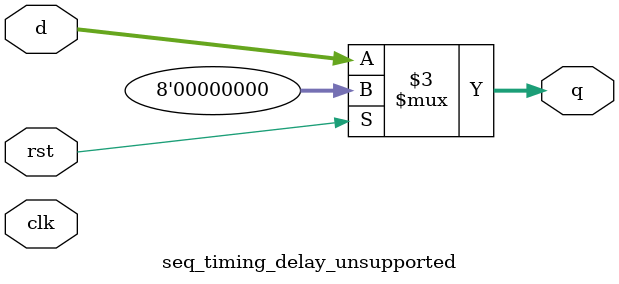
<source format=sv>
module seq_timing_delay_unsupported(
  input logic clk,
  input logic rst,
  input logic [7:0] d,
  output logic [7:0] q
);
  // Unsupported timing extraction case: delay control is not a supported clock event.
  always begin
    #1 if (rst) q <= 8'h00;
    else q <= d;
  end
endmodule

</source>
